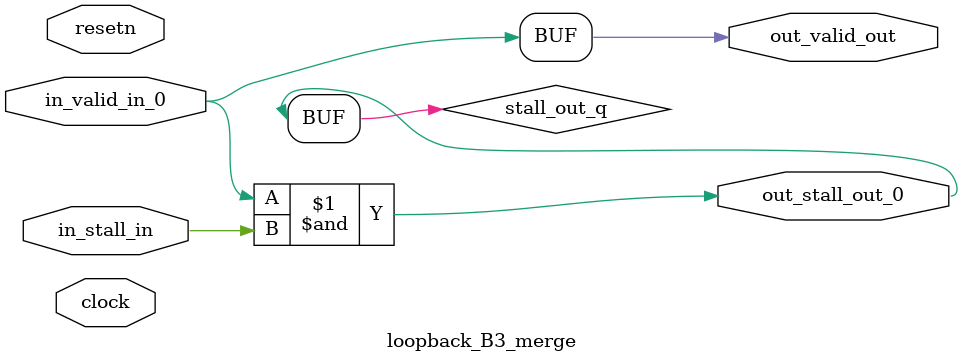
<source format=sv>



(* altera_attribute = "-name AUTO_SHIFT_REGISTER_RECOGNITION OFF; -name MESSAGE_DISABLE 10036; -name MESSAGE_DISABLE 10037; -name MESSAGE_DISABLE 14130; -name MESSAGE_DISABLE 14320; -name MESSAGE_DISABLE 15400; -name MESSAGE_DISABLE 14130; -name MESSAGE_DISABLE 10036; -name MESSAGE_DISABLE 12020; -name MESSAGE_DISABLE 12030; -name MESSAGE_DISABLE 12010; -name MESSAGE_DISABLE 12110; -name MESSAGE_DISABLE 14320; -name MESSAGE_DISABLE 13410; -name MESSAGE_DISABLE 113007; -name MESSAGE_DISABLE 10958" *)
module loopback_B3_merge (
    input wire [0:0] in_stall_in,
    input wire [0:0] in_valid_in_0,
    output wire [0:0] out_stall_out_0,
    output wire [0:0] out_valid_out,
    input wire clock,
    input wire resetn
    );

    wire [0:0] stall_out_q;


    // stall_out(LOGICAL,6)
    assign stall_out_q = in_valid_in_0 & in_stall_in;

    // out_stall_out_0(GPOUT,4)
    assign out_stall_out_0 = stall_out_q;

    // out_valid_out(GPOUT,5)
    assign out_valid_out = in_valid_in_0;

endmodule

</source>
